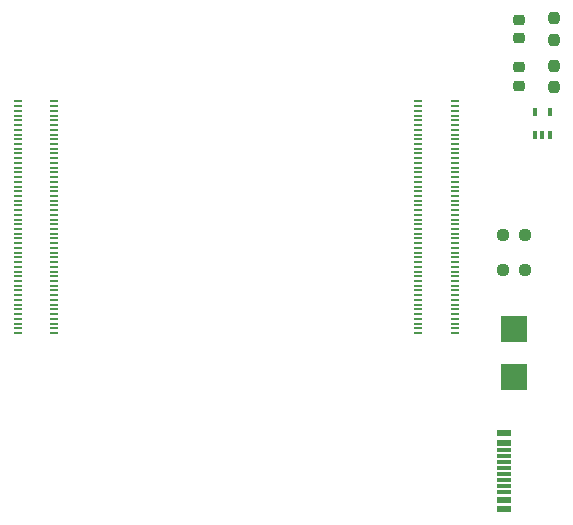
<source format=gtp>
%TF.GenerationSoftware,KiCad,Pcbnew,(5.99.0-10632-g8f3343b9e3)*%
%TF.CreationDate,2021-06-08T13:19:10-04:00*%
%TF.ProjectId,rpi-cm4-LiM-board,7270692d-636d-4342-9d4c-694d2d626f61,v01*%
%TF.SameCoordinates,Original*%
%TF.FileFunction,Paste,Top*%
%TF.FilePolarity,Positive*%
%FSLAX46Y46*%
G04 Gerber Fmt 4.6, Leading zero omitted, Abs format (unit mm)*
G04 Created by KiCad (PCBNEW (5.99.0-10632-g8f3343b9e3)) date 2021-06-08 13:19:10*
%MOMM*%
%LPD*%
G01*
G04 APERTURE LIST*
G04 Aperture macros list*
%AMRoundRect*
0 Rectangle with rounded corners*
0 $1 Rounding radius*
0 $2 $3 $4 $5 $6 $7 $8 $9 X,Y pos of 4 corners*
0 Add a 4 corners polygon primitive as box body*
4,1,4,$2,$3,$4,$5,$6,$7,$8,$9,$2,$3,0*
0 Add four circle primitives for the rounded corners*
1,1,$1+$1,$2,$3*
1,1,$1+$1,$4,$5*
1,1,$1+$1,$6,$7*
1,1,$1+$1,$8,$9*
0 Add four rect primitives between the rounded corners*
20,1,$1+$1,$2,$3,$4,$5,0*
20,1,$1+$1,$4,$5,$6,$7,0*
20,1,$1+$1,$6,$7,$8,$9,0*
20,1,$1+$1,$8,$9,$2,$3,0*%
G04 Aperture macros list end*
%ADD10RoundRect,0.237500X0.250000X0.237500X-0.250000X0.237500X-0.250000X-0.237500X0.250000X-0.237500X0*%
%ADD11R,2.260600X2.311400*%
%ADD12R,0.400000X0.650000*%
%ADD13RoundRect,0.237500X-0.237500X0.250000X-0.237500X-0.250000X0.237500X-0.250000X0.237500X0.250000X0*%
%ADD14RoundRect,0.218750X-0.256250X0.218750X-0.256250X-0.218750X0.256250X-0.218750X0.256250X0.218750X0*%
%ADD15R,1.150000X0.600000*%
%ADD16R,1.150000X0.300000*%
%ADD17R,0.700000X0.200000*%
G04 APERTURE END LIST*
D10*
%TO.C,R4*%
X170912500Y-108000000D03*
X169087500Y-108000000D03*
%TD*%
D11*
%TO.C,CR1*%
X170000000Y-116993900D03*
X170000000Y-113006100D03*
%TD*%
D12*
%TO.C,U1*%
X171773750Y-96526250D03*
X172423750Y-96526250D03*
X173073750Y-96526250D03*
X173073750Y-94626250D03*
X171773750Y-94626250D03*
%TD*%
D13*
%TO.C,R2*%
X173423750Y-86663750D03*
X173423750Y-88488750D03*
%TD*%
D14*
%TO.C,D2*%
X170423750Y-90788750D03*
X170423750Y-92363750D03*
%TD*%
D15*
%TO.C,J2*%
X169145000Y-128200000D03*
X169145000Y-127400000D03*
D16*
X169145000Y-126250000D03*
X169145000Y-125250000D03*
X169145000Y-124750000D03*
X169145000Y-123750000D03*
D15*
X169145000Y-121800000D03*
X169145000Y-122600000D03*
D16*
X169145000Y-123250000D03*
X169145000Y-124250000D03*
X169145000Y-125750000D03*
X169145000Y-126750000D03*
%TD*%
D14*
%TO.C,D1*%
X170423750Y-86788750D03*
X170423750Y-88363750D03*
%TD*%
D10*
%TO.C,R1*%
X170912500Y-105000000D03*
X169087500Y-105000000D03*
%TD*%
D13*
%TO.C,R6*%
X173423750Y-90663750D03*
X173423750Y-92488750D03*
%TD*%
D17*
%TO.C,Module1*%
X165000000Y-113300000D03*
X161920000Y-113300000D03*
X165000000Y-112900000D03*
X161920000Y-112900000D03*
X165000000Y-112500000D03*
X161920000Y-112500000D03*
X165000000Y-112100000D03*
X161920000Y-112100000D03*
X165000000Y-111700000D03*
X161920000Y-111700000D03*
X165000000Y-111300000D03*
X161920000Y-111300000D03*
X165000000Y-110900000D03*
X161920000Y-110900000D03*
X165000000Y-110500000D03*
X161920000Y-110500000D03*
X165000000Y-110100000D03*
X161920000Y-110100000D03*
X165000000Y-109700000D03*
X161920000Y-109700000D03*
X165000000Y-109300000D03*
X161920000Y-109300000D03*
X165000000Y-108900000D03*
X161920000Y-108900000D03*
X165000000Y-108500000D03*
X161920000Y-108500000D03*
X165000000Y-108100000D03*
X161920000Y-108100000D03*
X165000000Y-107700000D03*
X161920000Y-107700000D03*
X165000000Y-107300000D03*
X161920000Y-107300000D03*
X165000000Y-106900000D03*
X161920000Y-106900000D03*
X165000000Y-106500000D03*
X161920000Y-106500000D03*
X165000000Y-106100000D03*
X161920000Y-106100000D03*
X165000000Y-105700000D03*
X161920000Y-105700000D03*
X165000000Y-105300000D03*
X161920000Y-105300000D03*
X165000000Y-104900000D03*
X161920000Y-104900000D03*
X165000000Y-104500000D03*
X161920000Y-104500000D03*
X165000000Y-104100000D03*
X161920000Y-104100000D03*
X165000000Y-103700000D03*
X161920000Y-103700000D03*
X165000000Y-103300000D03*
X161920000Y-103300000D03*
X165000000Y-102900000D03*
X161920000Y-102900000D03*
X165000000Y-102500000D03*
X161920000Y-102500000D03*
X165000000Y-102100000D03*
X161920000Y-102100000D03*
X165000000Y-101700000D03*
X161920000Y-101700000D03*
X165000000Y-101300000D03*
X161920000Y-101300000D03*
X165000000Y-100900000D03*
X161920000Y-100900000D03*
X165000000Y-100500000D03*
X161920000Y-100500000D03*
X165000000Y-100100000D03*
X161920000Y-100100000D03*
X165000000Y-99700000D03*
X161920000Y-99700000D03*
X165000000Y-99300000D03*
X161920000Y-99300000D03*
X165000000Y-98900000D03*
X161920000Y-98900000D03*
X165000000Y-98500000D03*
X161920000Y-98500000D03*
X165000000Y-98100000D03*
X161920000Y-98100000D03*
X165000000Y-97700000D03*
X161920000Y-97700000D03*
X165000000Y-97300000D03*
X161920000Y-97300000D03*
X165000000Y-96900000D03*
X161920000Y-96900000D03*
X165000000Y-96500000D03*
X161920000Y-96500000D03*
X165000000Y-96100000D03*
X161920000Y-96100000D03*
X165000000Y-95700000D03*
X161920000Y-95700000D03*
X165000000Y-95300000D03*
X161920000Y-95300000D03*
X165000000Y-94900000D03*
X161920000Y-94900000D03*
X165000000Y-94500000D03*
X161920000Y-94500000D03*
X165000000Y-94100000D03*
X161920000Y-94100000D03*
X165000000Y-93700000D03*
X161920000Y-93700000D03*
X131080000Y-113300000D03*
X128000000Y-113300000D03*
X131080000Y-112900000D03*
X128000000Y-112900000D03*
X131080000Y-112500000D03*
X128000000Y-112500000D03*
X131080000Y-112100000D03*
X128000000Y-112100000D03*
X131080000Y-111700000D03*
X128000000Y-111700000D03*
X131080000Y-111300000D03*
X128000000Y-111300000D03*
X131080000Y-110900000D03*
X128000000Y-110900000D03*
X131080000Y-110500000D03*
X128000000Y-110500000D03*
X131080000Y-110100000D03*
X128000000Y-110100000D03*
X131080000Y-109700000D03*
X128000000Y-109700000D03*
X131080000Y-109300000D03*
X128000000Y-109300000D03*
X131080000Y-108900000D03*
X128000000Y-108900000D03*
X131080000Y-108500000D03*
X128000000Y-108500000D03*
X131080000Y-108100000D03*
X128000000Y-108100000D03*
X131080000Y-107700000D03*
X128000000Y-107700000D03*
X131080000Y-107300000D03*
X128000000Y-107300000D03*
X131080000Y-106900000D03*
X128000000Y-106900000D03*
X131080000Y-106500000D03*
X128000000Y-106500000D03*
X131080000Y-106100000D03*
X128000000Y-106100000D03*
X131080000Y-105700000D03*
X128000000Y-105700000D03*
X131080000Y-105300000D03*
X128000000Y-105300000D03*
X131080000Y-104900000D03*
X128000000Y-104900000D03*
X131080000Y-104500000D03*
X128000000Y-104500000D03*
X131080000Y-104100000D03*
X128000000Y-104100000D03*
X131080000Y-103700000D03*
X128000000Y-103700000D03*
X131080000Y-103300000D03*
X128000000Y-103300000D03*
X131080000Y-102900000D03*
X128000000Y-102900000D03*
X131080000Y-102500000D03*
X128000000Y-102500000D03*
X131080000Y-102100000D03*
X128000000Y-102100000D03*
X131080000Y-101700000D03*
X128000000Y-101700000D03*
X131080000Y-101300000D03*
X128000000Y-101300000D03*
X131080000Y-100900000D03*
X128000000Y-100900000D03*
X131080000Y-100500000D03*
X128000000Y-100500000D03*
X131080000Y-100100000D03*
X128000000Y-100100000D03*
X131080000Y-99700000D03*
X128000000Y-99700000D03*
X131080000Y-99300000D03*
X128000000Y-99300000D03*
X131080000Y-98900000D03*
X128000000Y-98900000D03*
X131080000Y-98500000D03*
X128000000Y-98500000D03*
X131080000Y-98100000D03*
X128000000Y-98100000D03*
X131080000Y-97700000D03*
X128000000Y-97700000D03*
X131080000Y-97300000D03*
X128000000Y-97300000D03*
X131080000Y-96900000D03*
X128000000Y-96900000D03*
X131080000Y-96500000D03*
X128000000Y-96500000D03*
X131080000Y-96100000D03*
X128000000Y-96100000D03*
X131080000Y-95700000D03*
X128000000Y-95700000D03*
X131080000Y-95300000D03*
X128000000Y-95300000D03*
X131080000Y-94900000D03*
X128000000Y-94900000D03*
X131080000Y-94500000D03*
X128000000Y-94500000D03*
X131080000Y-94100000D03*
X128000000Y-94100000D03*
X131080000Y-93700000D03*
X128000000Y-93700000D03*
%TD*%
M02*

</source>
